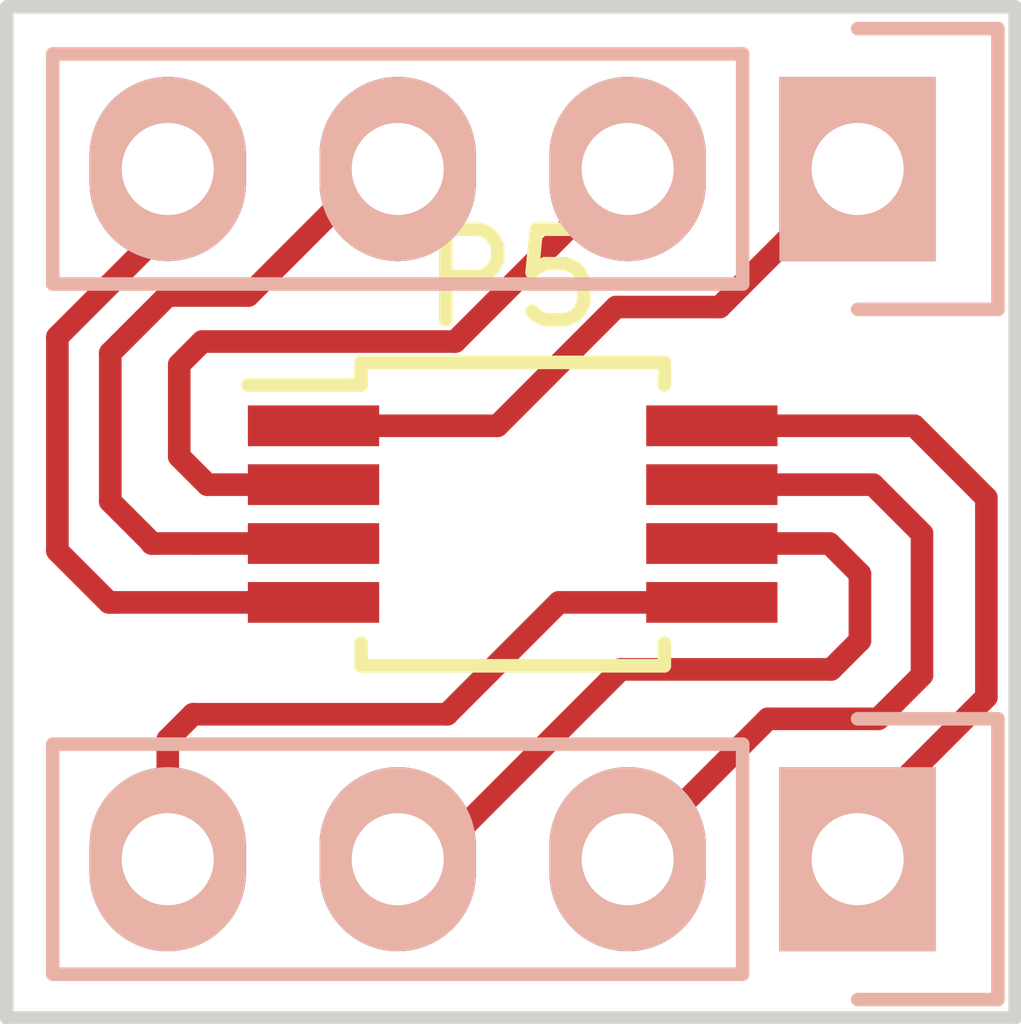
<source format=kicad_pcb>
(kicad_pcb (version 4) (host pcbnew 0.201512011501+6337~38~ubuntu14.04.1-stable)

  (general
    (links 8)
    (no_connects 0)
    (area 140.386999 87.774999 166.345001 100.887601)
    (thickness 1.6)
    (drawings 4)
    (tracks 51)
    (zones 0)
    (modules 3)
    (nets 9)
  )

  (page A4)
  (layers
    (0 F.Cu signal)
    (31 B.Cu signal)
    (32 B.Adhes user)
    (33 F.Adhes user)
    (34 B.Paste user)
    (35 F.Paste user)
    (36 B.SilkS user)
    (37 F.SilkS user)
    (38 B.Mask user)
    (39 F.Mask user)
    (40 Dwgs.User user)
    (41 Cmts.User user)
    (42 Eco1.User user)
    (43 Eco2.User user)
    (44 Edge.Cuts user)
    (45 Margin user)
    (46 B.CrtYd user)
    (47 F.CrtYd user)
    (48 B.Fab user)
    (49 F.Fab user)
  )

  (setup
    (last_trace_width 0.25)
    (trace_clearance 0.2)
    (zone_clearance 0.508)
    (zone_45_only no)
    (trace_min 0.2)
    (segment_width 0.2)
    (edge_width 0.15)
    (via_size 0.6)
    (via_drill 0.4)
    (via_min_size 0.4)
    (via_min_drill 0.3)
    (uvia_size 0.3)
    (uvia_drill 0.1)
    (uvias_allowed no)
    (uvia_min_size 0.2)
    (uvia_min_drill 0.1)
    (pcb_text_width 0.3)
    (pcb_text_size 1.5 1.5)
    (mod_edge_width 0.15)
    (mod_text_size 1 1)
    (mod_text_width 0.15)
    (pad_size 1.524 1.524)
    (pad_drill 0.762)
    (pad_to_mask_clearance 0.2)
    (aux_axis_origin 0 0)
    (visible_elements FFFFFF7F)
    (pcbplotparams
      (layerselection 0x00030_80000001)
      (usegerberextensions false)
      (excludeedgelayer true)
      (linewidth 1.000000)
      (plotframeref false)
      (viasonmask false)
      (mode 1)
      (useauxorigin false)
      (hpglpennumber 1)
      (hpglpenspeed 20)
      (hpglpendiameter 15)
      (hpglpenoverlay 2)
      (psnegative false)
      (psa4output false)
      (plotreference true)
      (plotvalue true)
      (plotinvisibletext false)
      (padsonsilk false)
      (subtractmaskfromsilk false)
      (outputformat 1)
      (mirror false)
      (drillshape 1)
      (scaleselection 1)
      (outputdirectory ""))
  )

  (net 0 "")
  (net 1 "Net-(P4-Pad1)")
  (net 2 "Net-(P4-Pad2)")
  (net 3 "Net-(P4-Pad3)")
  (net 4 "Net-(P4-Pad4)")
  (net 5 "Net-(P5-Pad5)")
  (net 6 "Net-(P5-Pad6)")
  (net 7 "Net-(P5-Pad7)")
  (net 8 "Net-(P5-Pad8)")

  (net_class Default "This is the default net class."
    (clearance 0.2)
    (trace_width 0.25)
    (via_dia 0.6)
    (via_drill 0.4)
    (uvia_dia 0.3)
    (uvia_drill 0.1)
    (add_net "Net-(P4-Pad1)")
    (add_net "Net-(P4-Pad2)")
    (add_net "Net-(P4-Pad3)")
    (add_net "Net-(P4-Pad4)")
    (add_net "Net-(P5-Pad5)")
    (add_net "Net-(P5-Pad6)")
    (add_net "Net-(P5-Pad7)")
    (add_net "Net-(P5-Pad8)")
  )

  (module Pin_Headers:Pin_Header_Straight_1x04 (layer B.Cu) (tedit 565F0536) (tstamp 56645F9F)
    (at 149.86 91.44 90)
    (descr "Through hole pin header")
    (tags "pin header")
    (path /565F0273)
    (fp_text reference P4 (at 0 5.1 90) (layer B.SilkS) hide
      (effects (font (size 1 1) (thickness 0.15)) (justify mirror))
    )
    (fp_text value CONN_01X04 (at 0 3.1 90) (layer B.Fab) hide
      (effects (font (size 1 1) (thickness 0.15)) (justify mirror))
    )
    (fp_line (start -1.75 1.75) (end -1.75 -9.4) (layer B.CrtYd) (width 0.05))
    (fp_line (start 1.75 1.75) (end 1.75 -9.4) (layer B.CrtYd) (width 0.05))
    (fp_line (start -1.75 1.75) (end 1.75 1.75) (layer B.CrtYd) (width 0.05))
    (fp_line (start -1.75 -9.4) (end 1.75 -9.4) (layer B.CrtYd) (width 0.05))
    (fp_line (start -1.27 -1.27) (end -1.27 -8.89) (layer B.SilkS) (width 0.15))
    (fp_line (start 1.27 -1.27) (end 1.27 -8.89) (layer B.SilkS) (width 0.15))
    (fp_line (start 1.55 1.55) (end 1.55 0) (layer B.SilkS) (width 0.15))
    (fp_line (start -1.27 -8.89) (end 1.27 -8.89) (layer B.SilkS) (width 0.15))
    (fp_line (start 1.27 -1.27) (end -1.27 -1.27) (layer B.SilkS) (width 0.15))
    (fp_line (start -1.55 0) (end -1.55 1.55) (layer B.SilkS) (width 0.15))
    (fp_line (start -1.55 1.55) (end 1.55 1.55) (layer B.SilkS) (width 0.15))
    (pad 1 thru_hole rect (at 0 0 90) (size 2.032 1.7272) (drill 1.016) (layers *.Cu *.Mask B.SilkS)
      (net 1 "Net-(P4-Pad1)"))
    (pad 2 thru_hole oval (at 0 -2.54 90) (size 2.032 1.7272) (drill 1.016) (layers *.Cu *.Mask B.SilkS)
      (net 2 "Net-(P4-Pad2)"))
    (pad 3 thru_hole oval (at 0 -5.08 90) (size 2.032 1.7272) (drill 1.016) (layers *.Cu *.Mask B.SilkS)
      (net 3 "Net-(P4-Pad3)"))
    (pad 4 thru_hole oval (at 0 -7.62 90) (size 2.032 1.7272) (drill 1.016) (layers *.Cu *.Mask B.SilkS)
      (net 4 "Net-(P4-Pad4)"))
    (model Pin_Headers.3dshapes/Pin_Header_Straight_1x04.wrl
      (at (xyz 0 -0.15 0))
      (scale (xyz 1 1 1))
      (rotate (xyz 0 0 90))
    )
  )

  (module Housings_SSOP:MSOP-8_3x3mm_Pitch0.65mm (layer F.Cu) (tedit 54130A77) (tstamp 56645FB6)
    (at 146.05 95.25)
    (descr "8-Lead Plastic Micro Small Outline Package (MS) [MSOP] (see Microchip Packaging Specification 00000049BS.pdf)")
    (tags "SSOP 0.65")
    (path /565F0186)
    (attr smd)
    (fp_text reference P5 (at 0 -2.6) (layer F.SilkS)
      (effects (font (size 1 1) (thickness 0.15)))
    )
    (fp_text value DIL8 (at 0 2.6) (layer F.Fab)
      (effects (font (size 1 1) (thickness 0.15)))
    )
    (fp_line (start -3.2 -1.85) (end -3.2 1.85) (layer F.CrtYd) (width 0.05))
    (fp_line (start 3.2 -1.85) (end 3.2 1.85) (layer F.CrtYd) (width 0.05))
    (fp_line (start -3.2 -1.85) (end 3.2 -1.85) (layer F.CrtYd) (width 0.05))
    (fp_line (start -3.2 1.85) (end 3.2 1.85) (layer F.CrtYd) (width 0.05))
    (fp_line (start -1.675 -1.675) (end -1.675 -1.425) (layer F.SilkS) (width 0.15))
    (fp_line (start 1.675 -1.675) (end 1.675 -1.425) (layer F.SilkS) (width 0.15))
    (fp_line (start 1.675 1.675) (end 1.675 1.425) (layer F.SilkS) (width 0.15))
    (fp_line (start -1.675 1.675) (end -1.675 1.425) (layer F.SilkS) (width 0.15))
    (fp_line (start -1.675 -1.675) (end 1.675 -1.675) (layer F.SilkS) (width 0.15))
    (fp_line (start -1.675 1.675) (end 1.675 1.675) (layer F.SilkS) (width 0.15))
    (fp_line (start -1.675 -1.425) (end -2.925 -1.425) (layer F.SilkS) (width 0.15))
    (pad 1 smd rect (at -2.2 -0.975) (size 1.45 0.45) (layers F.Cu F.Paste F.Mask)
      (net 1 "Net-(P4-Pad1)"))
    (pad 2 smd rect (at -2.2 -0.325) (size 1.45 0.45) (layers F.Cu F.Paste F.Mask)
      (net 2 "Net-(P4-Pad2)"))
    (pad 3 smd rect (at -2.2 0.325) (size 1.45 0.45) (layers F.Cu F.Paste F.Mask)
      (net 3 "Net-(P4-Pad3)"))
    (pad 4 smd rect (at -2.2 0.975) (size 1.45 0.45) (layers F.Cu F.Paste F.Mask)
      (net 4 "Net-(P4-Pad4)"))
    (pad 5 smd rect (at 2.2 0.975) (size 1.45 0.45) (layers F.Cu F.Paste F.Mask)
      (net 5 "Net-(P5-Pad5)"))
    (pad 6 smd rect (at 2.2 0.325) (size 1.45 0.45) (layers F.Cu F.Paste F.Mask)
      (net 6 "Net-(P5-Pad6)"))
    (pad 7 smd rect (at 2.2 -0.325) (size 1.45 0.45) (layers F.Cu F.Paste F.Mask)
      (net 7 "Net-(P5-Pad7)"))
    (pad 8 smd rect (at 2.2 -0.975) (size 1.45 0.45) (layers F.Cu F.Paste F.Mask)
      (net 8 "Net-(P5-Pad8)"))
    (model Housings_SSOP.3dshapes/MSOP-8_3x3mm_Pitch0.65mm.wrl
      (at (xyz 0 0 0))
      (scale (xyz 1 1 1))
      (rotate (xyz 0 0 0))
    )
  )

  (module Pin_Headers:Pin_Header_Straight_1x04 (layer B.Cu) (tedit 565F053B) (tstamp 56645FC9)
    (at 149.86 99.06 90)
    (descr "Through hole pin header")
    (tags "pin header")
    (path /565F020B)
    (fp_text reference P6 (at 0 5.1 90) (layer B.SilkS) hide
      (effects (font (size 1 1) (thickness 0.15)) (justify mirror))
    )
    (fp_text value CONN_01X04 (at 0 3.1 90) (layer B.Fab) hide
      (effects (font (size 1 1) (thickness 0.15)) (justify mirror))
    )
    (fp_line (start -1.75 1.75) (end -1.75 -9.4) (layer B.CrtYd) (width 0.05))
    (fp_line (start 1.75 1.75) (end 1.75 -9.4) (layer B.CrtYd) (width 0.05))
    (fp_line (start -1.75 1.75) (end 1.75 1.75) (layer B.CrtYd) (width 0.05))
    (fp_line (start -1.75 -9.4) (end 1.75 -9.4) (layer B.CrtYd) (width 0.05))
    (fp_line (start -1.27 -1.27) (end -1.27 -8.89) (layer B.SilkS) (width 0.15))
    (fp_line (start 1.27 -1.27) (end 1.27 -8.89) (layer B.SilkS) (width 0.15))
    (fp_line (start 1.55 1.55) (end 1.55 0) (layer B.SilkS) (width 0.15))
    (fp_line (start -1.27 -8.89) (end 1.27 -8.89) (layer B.SilkS) (width 0.15))
    (fp_line (start 1.27 -1.27) (end -1.27 -1.27) (layer B.SilkS) (width 0.15))
    (fp_line (start -1.55 0) (end -1.55 1.55) (layer B.SilkS) (width 0.15))
    (fp_line (start -1.55 1.55) (end 1.55 1.55) (layer B.SilkS) (width 0.15))
    (pad 1 thru_hole rect (at 0 0 90) (size 2.032 1.7272) (drill 1.016) (layers *.Cu *.Mask B.SilkS)
      (net 8 "Net-(P5-Pad8)"))
    (pad 2 thru_hole oval (at 0 -2.54 90) (size 2.032 1.7272) (drill 1.016) (layers *.Cu *.Mask B.SilkS)
      (net 7 "Net-(P5-Pad7)"))
    (pad 3 thru_hole oval (at 0 -5.08 90) (size 2.032 1.7272) (drill 1.016) (layers *.Cu *.Mask B.SilkS)
      (net 6 "Net-(P5-Pad6)"))
    (pad 4 thru_hole oval (at 0 -7.62 90) (size 2.032 1.7272) (drill 1.016) (layers *.Cu *.Mask B.SilkS)
      (net 5 "Net-(P5-Pad5)"))
    (model Pin_Headers.3dshapes/Pin_Header_Straight_1x04.wrl
      (at (xyz 0 -0.15 0))
      (scale (xyz 1 1 1))
      (rotate (xyz 0 0 90))
    )
  )

  (gr_line (start 151.5999 89.6493) (end 151.5999 100.8126) (angle 90) (layer Edge.Cuts) (width 0.15))
  (gr_line (start 140.462 89.6493) (end 151.5999 89.6493) (angle 90) (layer Edge.Cuts) (width 0.15))
  (gr_line (start 140.462 100.8126) (end 140.462 89.6493) (angle 90) (layer Edge.Cuts) (width 0.15))
  (gr_line (start 151.5999 100.8126) (end 140.462 100.8126) (angle 90) (layer Edge.Cuts) (width 0.15))

  (segment (start 143.85 94.275) (end 145.882 94.275) (width 0.25) (layer F.Cu) (net 1))
  (segment (start 148.336 92.964) (end 149.86 91.44) (width 0.25) (layer F.Cu) (net 1) (tstamp 566461FB))
  (segment (start 147.193 92.964) (end 148.336 92.964) (width 0.25) (layer F.Cu) (net 1) (tstamp 566461F9))
  (segment (start 145.882 94.275) (end 147.193 92.964) (width 0.25) (layer F.Cu) (net 1) (tstamp 566461F7))
  (segment (start 143.85 94.925) (end 142.677 94.925) (width 0.25) (layer F.Cu) (net 2))
  (segment (start 145.415 93.345) (end 147.32 91.44) (width 0.25) (layer F.Cu) (net 2) (tstamp 566461F3))
  (segment (start 142.621 93.345) (end 145.415 93.345) (width 0.25) (layer F.Cu) (net 2) (tstamp 566461F2))
  (segment (start 142.367 93.599) (end 142.621 93.345) (width 0.25) (layer F.Cu) (net 2) (tstamp 566461F1))
  (segment (start 142.367 94.615) (end 142.367 93.599) (width 0.25) (layer F.Cu) (net 2) (tstamp 566461F0))
  (segment (start 142.677 94.925) (end 142.367 94.615) (width 0.25) (layer F.Cu) (net 2) (tstamp 566461EF))
  (segment (start 142.0622 95.575) (end 142.0622 95.5675) (width 0.25) (layer F.Cu) (net 3))
  (segment (start 142.0622 95.5675) (end 141.605 95.1103) (width 0.25) (layer F.Cu) (net 3) (tstamp 56646271))
  (segment (start 142.565 95.575) (end 142.0622 95.575) (width 0.25) (layer F.Cu) (net 3))
  (segment (start 143.85 95.575) (end 142.565 95.575) (width 0.25) (layer F.Cu) (net 3))
  (segment (start 143.129 92.837) (end 144.526 91.44) (width 0.25) (layer F.Cu) (net 3) (tstamp 566461E6))
  (segment (start 144.526 91.44) (end 144.78 91.44) (width 0.25) (layer F.Cu) (net 3) (tstamp 566461DC))
  (segment (start 143.921 95.504) (end 143.85 95.575) (width 0.25) (layer F.Cu) (net 3) (tstamp 566460DA))
  (segment (start 142.24 92.837) (end 143.129 92.837) (width 0.25) (layer F.Cu) (net 3) (tstamp 566461E3))
  (segment (start 141.605 93.472) (end 142.24 92.837) (width 0.25) (layer F.Cu) (net 3) (tstamp 566461E2))
  (segment (start 141.605 95.1103) (end 141.605 93.472) (width 0.25) (layer F.Cu) (net 3) (tstamp 56646274))
  (segment (start 141.0208 95.6564) (end 141.0208 93.2942) (width 0.25) (layer F.Cu) (net 4))
  (segment (start 141.0335 93.2942) (end 141.0335 93.2815) (width 0.25) (layer F.Cu) (net 4) (tstamp 5664626C))
  (segment (start 141.0208 93.2942) (end 141.0335 93.2942) (width 0.25) (layer F.Cu) (net 4) (tstamp 5664626A))
  (segment (start 141.6812 96.225) (end 141.5894 96.225) (width 0.25) (layer F.Cu) (net 4))
  (segment (start 141.5894 96.225) (end 141.0208 95.6564) (width 0.25) (layer F.Cu) (net 4) (tstamp 56646263))
  (segment (start 142.24 91.44) (end 142.24 92.075) (width 0.25) (layer F.Cu) (net 4))
  (segment (start 142.24 92.075) (end 141.0335 93.2815) (width 0.25) (layer F.Cu) (net 4) (tstamp 566461D1))
  (segment (start 141.6812 96.225) (end 143.85 96.225) (width 0.25) (layer F.Cu) (net 4) (tstamp 56646261))
  (segment (start 148.25 96.225) (end 146.5609 96.225) (width 0.25) (layer F.Cu) (net 5))
  (segment (start 142.24 97.7392) (end 142.24 99.06) (width 0.25) (layer F.Cu) (net 5) (tstamp 5664625E))
  (segment (start 142.5194 97.4598) (end 142.24 97.7392) (width 0.25) (layer F.Cu) (net 5) (tstamp 5664625D))
  (segment (start 145.3261 97.4598) (end 142.5194 97.4598) (width 0.25) (layer F.Cu) (net 5) (tstamp 5664625C))
  (segment (start 146.5609 96.225) (end 145.3261 97.4598) (width 0.25) (layer F.Cu) (net 5) (tstamp 5664625B))
  (segment (start 144.78 99.06) (end 145.1483 99.06) (width 0.25) (layer F.Cu) (net 6))
  (segment (start 145.1483 99.06) (end 147.2438 96.9645) (width 0.25) (layer F.Cu) (net 6) (tstamp 56646251))
  (segment (start 147.2438 96.9645) (end 149.5679 96.9645) (width 0.25) (layer F.Cu) (net 6) (tstamp 56646252))
  (segment (start 149.5679 96.9645) (end 149.8854 96.647) (width 0.25) (layer F.Cu) (net 6) (tstamp 56646254))
  (segment (start 149.8854 96.647) (end 149.8854 95.9104) (width 0.25) (layer F.Cu) (net 6) (tstamp 56646255))
  (segment (start 149.8854 95.9104) (end 149.55 95.575) (width 0.25) (layer F.Cu) (net 6) (tstamp 56646256))
  (segment (start 149.55 95.575) (end 148.25 95.575) (width 0.25) (layer F.Cu) (net 6) (tstamp 56646257))
  (segment (start 148.25 94.925) (end 150.0303 94.925) (width 0.25) (layer F.Cu) (net 7))
  (segment (start 148.8694 97.5106) (end 147.32 99.06) (width 0.25) (layer F.Cu) (net 7) (tstamp 5664624D))
  (segment (start 150.0886 97.5106) (end 148.8694 97.5106) (width 0.25) (layer F.Cu) (net 7) (tstamp 5664624C))
  (segment (start 150.5712 97.028) (end 150.0886 97.5106) (width 0.25) (layer F.Cu) (net 7) (tstamp 5664624B))
  (segment (start 150.5712 95.4659) (end 150.5712 97.028) (width 0.25) (layer F.Cu) (net 7) (tstamp 5664624A))
  (segment (start 150.0303 94.925) (end 150.5712 95.4659) (width 0.25) (layer F.Cu) (net 7) (tstamp 56646249))
  (segment (start 149.86 99.06) (end 149.86 98.6917) (width 0.25) (layer F.Cu) (net 8))
  (segment (start 149.86 98.6917) (end 151.2824 97.2693) (width 0.25) (layer F.Cu) (net 8) (tstamp 56646242))
  (segment (start 151.2824 97.2693) (end 151.2824 95.0722) (width 0.25) (layer F.Cu) (net 8) (tstamp 56646243))
  (segment (start 151.2824 95.0722) (end 150.4852 94.275) (width 0.25) (layer F.Cu) (net 8) (tstamp 56646245))
  (segment (start 150.4852 94.275) (end 148.25 94.275) (width 0.25) (layer F.Cu) (net 8) (tstamp 56646246))

)

</source>
